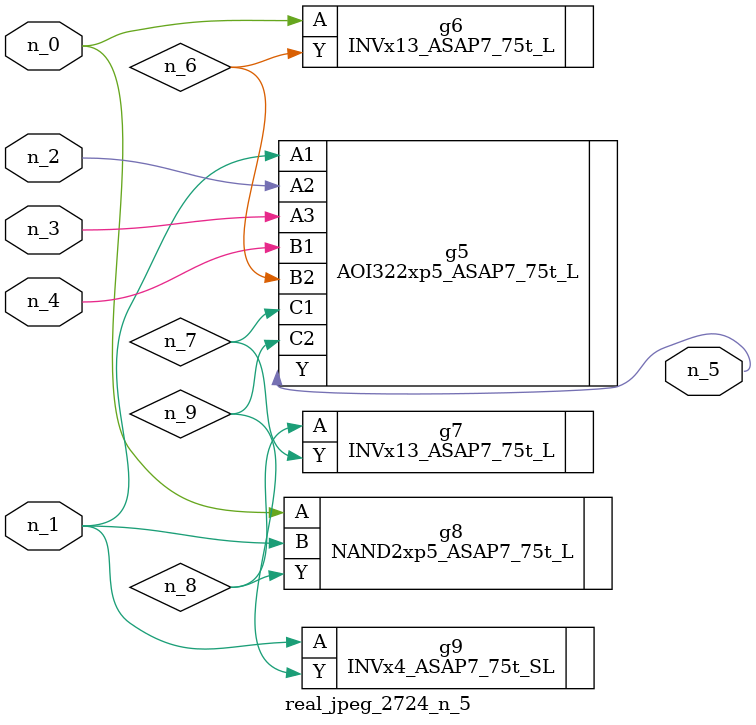
<source format=v>
module real_jpeg_2724_n_5 (n_4, n_0, n_1, n_2, n_3, n_5);

input n_4;
input n_0;
input n_1;
input n_2;
input n_3;

output n_5;

wire n_8;
wire n_6;
wire n_7;
wire n_9;

INVx13_ASAP7_75t_L g6 ( 
.A(n_0),
.Y(n_6)
);

NAND2xp5_ASAP7_75t_L g8 ( 
.A(n_0),
.B(n_1),
.Y(n_8)
);

AOI322xp5_ASAP7_75t_L g5 ( 
.A1(n_1),
.A2(n_2),
.A3(n_3),
.B1(n_4),
.B2(n_6),
.C1(n_7),
.C2(n_9),
.Y(n_5)
);

INVx4_ASAP7_75t_SL g9 ( 
.A(n_1),
.Y(n_9)
);

INVx13_ASAP7_75t_L g7 ( 
.A(n_8),
.Y(n_7)
);


endmodule
</source>
